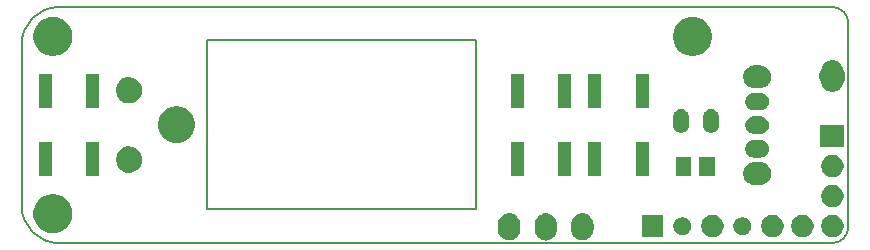
<source format=gbr>
G04 #@! TF.GenerationSoftware,KiCad,Pcbnew,(5.1.0-rc1-70-gd15876595)*
G04 #@! TF.CreationDate,2019-03-09T21:05:34+01:00
G04 #@! TF.ProjectId,spwm3.3,7370776d-332e-4332-9e6b-696361645f70,rev?*
G04 #@! TF.SameCoordinates,Original*
G04 #@! TF.FileFunction,Soldermask,Top*
G04 #@! TF.FilePolarity,Negative*
%FSLAX46Y46*%
G04 Gerber Fmt 4.6, Leading zero omitted, Abs format (unit mm)*
G04 Created by KiCad (PCBNEW (5.1.0-rc1-70-gd15876595)) date 2019-03-09 21:05:34*
%MOMM*%
%LPD*%
G04 APERTURE LIST*
%ADD10C,0.150000*%
G04 APERTURE END LIST*
D10*
X183501100Y-113603599D02*
G75*
G02X182101100Y-115003600I-1399828J-173D01*
G01*
X183501100Y-113603600D02*
X183501100Y-111153600D01*
X183501100Y-111153600D02*
X183501100Y-96403600D01*
X182101100Y-95003599D02*
G75*
G02X183501100Y-96403600I172J-1399828D01*
G01*
X182101100Y-95003600D02*
X116676100Y-95003600D01*
X113501100Y-98178599D02*
G75*
G02X116676100Y-95003600I3175218J-219D01*
G01*
X113501100Y-98178600D02*
X113501100Y-111828600D01*
X116676100Y-115003599D02*
G75*
G02X113501100Y-111828600I218J3175218D01*
G01*
X116676100Y-115003600D02*
X182101100Y-115003600D01*
X182101100Y-115003600D02*
X182101100Y-115003600D01*
X151978100Y-112081600D02*
X151978100Y-97821600D01*
X151978100Y-97821600D02*
X129178100Y-97821600D01*
X129178100Y-97821600D02*
X129178100Y-112081600D01*
X129178100Y-112081600D02*
X151978100Y-112081600D01*
G04 #@! TO.C,U1*
G36*
X183164700Y-105031967D02*
G01*
X181117700Y-105031967D01*
X181117700Y-106834967D01*
X183164700Y-106834967D01*
X183164700Y-105031967D01*
G37*
G04 #@! TO.C,D1*
G36*
X168627100Y-104953600D02*
G01*
X168636100Y-105063600D01*
X168661100Y-105170600D01*
X168704100Y-105272600D01*
X168761100Y-105366600D01*
X168833100Y-105449600D01*
X168916100Y-105521600D01*
X169010100Y-105578600D01*
X169112100Y-105621600D01*
X169219100Y-105646600D01*
X169329100Y-105655600D01*
X169439100Y-105646600D01*
X169546100Y-105621600D01*
X169648100Y-105578600D01*
X169742100Y-105521600D01*
X169825100Y-105449600D01*
X169897100Y-105366600D01*
X169954100Y-105272600D01*
X169997100Y-105170600D01*
X170022100Y-105063600D01*
X170031100Y-104953600D01*
X170031100Y-104353600D01*
X170022100Y-104243600D01*
X169997100Y-104136600D01*
X169954100Y-104034600D01*
X169897100Y-103940600D01*
X169825100Y-103857600D01*
X169742100Y-103785600D01*
X169648100Y-103728600D01*
X169546100Y-103685600D01*
X169439100Y-103660600D01*
X169329100Y-103651600D01*
X169219100Y-103660600D01*
X169112100Y-103685600D01*
X169010100Y-103728600D01*
X168916100Y-103785600D01*
X168833100Y-103857600D01*
X168761100Y-103940600D01*
X168704100Y-104034600D01*
X168661100Y-104136600D01*
X168636100Y-104243600D01*
X168627100Y-104353600D01*
X168627100Y-104953600D01*
G37*
G36*
X171167100Y-104953600D02*
G01*
X171176100Y-105063600D01*
X171201100Y-105170600D01*
X171244100Y-105272600D01*
X171301100Y-105366600D01*
X171373100Y-105449600D01*
X171456100Y-105521600D01*
X171550100Y-105578600D01*
X171652100Y-105621600D01*
X171759100Y-105646600D01*
X171869100Y-105655600D01*
X171979100Y-105646600D01*
X172086100Y-105621600D01*
X172188100Y-105578600D01*
X172282100Y-105521600D01*
X172365100Y-105449600D01*
X172437100Y-105366600D01*
X172494100Y-105272600D01*
X172537100Y-105170600D01*
X172562100Y-105063600D01*
X172571100Y-104953600D01*
X172571100Y-104353600D01*
X172562100Y-104243600D01*
X172537100Y-104136600D01*
X172494100Y-104034600D01*
X172437100Y-103940600D01*
X172365100Y-103857600D01*
X172282100Y-103785600D01*
X172188100Y-103728600D01*
X172086100Y-103685600D01*
X171979100Y-103660600D01*
X171869100Y-103651600D01*
X171759100Y-103660600D01*
X171652100Y-103685600D01*
X171550100Y-103728600D01*
X171456100Y-103785600D01*
X171373100Y-103857600D01*
X171301100Y-103940600D01*
X171244100Y-104034600D01*
X171201100Y-104136600D01*
X171176100Y-104243600D01*
X171167100Y-104353600D01*
X171167100Y-104953600D01*
G37*
G04 #@! TO.C,Pad4*
G36*
X121568000Y-102260000D02*
G01*
X121579000Y-102401000D01*
X121612000Y-102539000D01*
X121666000Y-102669000D01*
X121740000Y-102790000D01*
X121832000Y-102898000D01*
X121940000Y-102990000D01*
X122061000Y-103064000D01*
X122191000Y-103118000D01*
X122329000Y-103151000D01*
X122470000Y-103162000D01*
X122611000Y-103151000D01*
X122749000Y-103118000D01*
X122879000Y-103064000D01*
X123000000Y-102990000D01*
X123108000Y-102898000D01*
X123200000Y-102790000D01*
X123274000Y-102669000D01*
X123328000Y-102539000D01*
X123361000Y-102401000D01*
X123372000Y-102260000D01*
X123372000Y-101860000D01*
X123361000Y-101719000D01*
X123328000Y-101581000D01*
X123274000Y-101451000D01*
X123200000Y-101330000D01*
X123108000Y-101222000D01*
X123000000Y-101130000D01*
X122879000Y-101056000D01*
X122749000Y-101002000D01*
X122611000Y-100969000D01*
X122470000Y-100958000D01*
X122329000Y-100969000D01*
X122191000Y-101002000D01*
X122061000Y-101056000D01*
X121940000Y-101130000D01*
X121832000Y-101222000D01*
X121740000Y-101330000D01*
X121666000Y-101451000D01*
X121612000Y-101581000D01*
X121579000Y-101719000D01*
X121568000Y-101860000D01*
X121568000Y-102260000D01*
G37*
G04 #@! TO.C,Pad7*
G36*
X123322000Y-107920000D02*
G01*
X123278000Y-107579000D01*
X123150000Y-107272000D01*
X122950000Y-107028000D01*
X122699000Y-106872000D01*
X122420000Y-106818000D01*
X122141000Y-106872000D01*
X121890000Y-107028000D01*
X121690000Y-107272000D01*
X121562000Y-107579000D01*
X121518000Y-107920000D01*
X121562000Y-108261000D01*
X121690000Y-108568000D01*
X121890000Y-108812000D01*
X122141000Y-108968000D01*
X122420000Y-109022000D01*
X122699000Y-108968000D01*
X122950000Y-108812000D01*
X123150000Y-108568000D01*
X123278000Y-108261000D01*
X123322000Y-107920000D01*
G37*
G04 #@! TO.C,S4*
G36*
X175529100Y-108151600D02*
G01*
X175380100Y-108163600D01*
X175235100Y-108198600D01*
X175097100Y-108255600D01*
X174969100Y-108333600D01*
X174856100Y-108430600D01*
X174759100Y-108543600D01*
X174681100Y-108671600D01*
X174624100Y-108809600D01*
X174589100Y-108954600D01*
X174577100Y-109103600D01*
X174589100Y-109252600D01*
X174624100Y-109397600D01*
X174681100Y-109535600D01*
X174759100Y-109663600D01*
X174856100Y-109776600D01*
X174969100Y-109873600D01*
X175097100Y-109951600D01*
X175235100Y-110008600D01*
X175380100Y-110043600D01*
X175529100Y-110055600D01*
X176029100Y-110055600D01*
X176178100Y-110043600D01*
X176323100Y-110008600D01*
X176461100Y-109951600D01*
X176589100Y-109873600D01*
X176702100Y-109776600D01*
X176799100Y-109663600D01*
X176877100Y-109535600D01*
X176934100Y-109397600D01*
X176969100Y-109252600D01*
X176981100Y-109103600D01*
X176969100Y-108954600D01*
X176934100Y-108809600D01*
X176877100Y-108671600D01*
X176799100Y-108543600D01*
X176702100Y-108430600D01*
X176589100Y-108333600D01*
X176461100Y-108255600D01*
X176323100Y-108198600D01*
X176178100Y-108163600D01*
X176029100Y-108151600D01*
X175529100Y-108151600D01*
G37*
G36*
X175529100Y-99951600D02*
G01*
X175380100Y-99963600D01*
X175235100Y-99998600D01*
X175097100Y-100055600D01*
X174969100Y-100133600D01*
X174856100Y-100230600D01*
X174759100Y-100343600D01*
X174681100Y-100471600D01*
X174624100Y-100609600D01*
X174589100Y-100754600D01*
X174577100Y-100903600D01*
X174589100Y-101052600D01*
X174624100Y-101197600D01*
X174681100Y-101335600D01*
X174759100Y-101463600D01*
X174856100Y-101576600D01*
X174969100Y-101673600D01*
X175097100Y-101751600D01*
X175235100Y-101808600D01*
X175380100Y-101843600D01*
X175529100Y-101855600D01*
X176029100Y-101855600D01*
X176178100Y-101843600D01*
X176323100Y-101808600D01*
X176461100Y-101751600D01*
X176589100Y-101673600D01*
X176702100Y-101576600D01*
X176799100Y-101463600D01*
X176877100Y-101335600D01*
X176934100Y-101197600D01*
X176969100Y-101052600D01*
X176981100Y-100903600D01*
X176969100Y-100754600D01*
X176934100Y-100609600D01*
X176877100Y-100471600D01*
X176799100Y-100343600D01*
X176702100Y-100230600D01*
X176589100Y-100133600D01*
X176461100Y-100055600D01*
X176323100Y-99998600D01*
X176178100Y-99963600D01*
X176029100Y-99951600D01*
X175529100Y-99951600D01*
G37*
G36*
X175529100Y-106251600D02*
G01*
X175411100Y-106260600D01*
X175297100Y-106288600D01*
X175188100Y-106333600D01*
X175087100Y-106395600D01*
X174997100Y-106471600D01*
X174921100Y-106561600D01*
X174859100Y-106662600D01*
X174814100Y-106771600D01*
X174786100Y-106885600D01*
X174777100Y-107003600D01*
X174786100Y-107121600D01*
X174814100Y-107235600D01*
X174859100Y-107344600D01*
X174921100Y-107445600D01*
X174997100Y-107535600D01*
X175087100Y-107611600D01*
X175188100Y-107673600D01*
X175297100Y-107718600D01*
X175411100Y-107746600D01*
X175529100Y-107755600D01*
X176029100Y-107755600D01*
X176147100Y-107746600D01*
X176261100Y-107718600D01*
X176370100Y-107673600D01*
X176471100Y-107611600D01*
X176561100Y-107535600D01*
X176637100Y-107445600D01*
X176699100Y-107344600D01*
X176744100Y-107235600D01*
X176772100Y-107121600D01*
X176781100Y-107003600D01*
X176772100Y-106885600D01*
X176744100Y-106771600D01*
X176699100Y-106662600D01*
X176637100Y-106561600D01*
X176561100Y-106471600D01*
X176471100Y-106395600D01*
X176370100Y-106333600D01*
X176261100Y-106288600D01*
X176147100Y-106260600D01*
X176029100Y-106251600D01*
X175529100Y-106251600D01*
G37*
G36*
X175529100Y-104251600D02*
G01*
X175411100Y-104260600D01*
X175297100Y-104288600D01*
X175188100Y-104333600D01*
X175087100Y-104395600D01*
X174997100Y-104471600D01*
X174921100Y-104561600D01*
X174859100Y-104662600D01*
X174814100Y-104771600D01*
X174786100Y-104885600D01*
X174777100Y-105003600D01*
X174786100Y-105121600D01*
X174814100Y-105235600D01*
X174859100Y-105344600D01*
X174921100Y-105445600D01*
X174997100Y-105535600D01*
X175087100Y-105611600D01*
X175188100Y-105673600D01*
X175297100Y-105718600D01*
X175411100Y-105746600D01*
X175529100Y-105755600D01*
X176029100Y-105755600D01*
X176147100Y-105746600D01*
X176261100Y-105718600D01*
X176370100Y-105673600D01*
X176471100Y-105611600D01*
X176561100Y-105535600D01*
X176637100Y-105445600D01*
X176699100Y-105344600D01*
X176744100Y-105235600D01*
X176772100Y-105121600D01*
X176781100Y-105003600D01*
X176772100Y-104885600D01*
X176744100Y-104771600D01*
X176699100Y-104662600D01*
X176637100Y-104561600D01*
X176561100Y-104471600D01*
X176471100Y-104395600D01*
X176370100Y-104333600D01*
X176261100Y-104288600D01*
X176147100Y-104260600D01*
X176029100Y-104251600D01*
X175529100Y-104251600D01*
G37*
G36*
X175529100Y-102251600D02*
G01*
X175411100Y-102260600D01*
X175297100Y-102288600D01*
X175188100Y-102333600D01*
X175087100Y-102395600D01*
X174997100Y-102471600D01*
X174921100Y-102561600D01*
X174859100Y-102662600D01*
X174814100Y-102771600D01*
X174786100Y-102885600D01*
X174777100Y-103003600D01*
X174786100Y-103121600D01*
X174814100Y-103235600D01*
X174859100Y-103344600D01*
X174921100Y-103445600D01*
X174997100Y-103535600D01*
X175087100Y-103611600D01*
X175188100Y-103673600D01*
X175297100Y-103718600D01*
X175411100Y-103746600D01*
X175529100Y-103755600D01*
X176029100Y-103755600D01*
X176147100Y-103746600D01*
X176261100Y-103718600D01*
X176370100Y-103673600D01*
X176471100Y-103611600D01*
X176561100Y-103535600D01*
X176637100Y-103445600D01*
X176699100Y-103344600D01*
X176744100Y-103235600D01*
X176772100Y-103121600D01*
X176781100Y-103003600D01*
X176772100Y-102885600D01*
X176744100Y-102771600D01*
X176699100Y-102662600D01*
X176637100Y-102561600D01*
X176561100Y-102471600D01*
X176471100Y-102395600D01*
X176370100Y-102333600D01*
X176261100Y-102288600D01*
X176147100Y-102260600D01*
X176029100Y-102251600D01*
X175529100Y-102251600D01*
G37*
G04 #@! TO.C,U4*
G36*
X181189100Y-101253600D02*
G01*
X181201100Y-101402600D01*
X181236100Y-101547600D01*
X181293100Y-101685600D01*
X181371100Y-101813600D01*
X181468100Y-101926600D01*
X181581100Y-102023600D01*
X181709100Y-102101600D01*
X181847100Y-102158600D01*
X181992100Y-102193600D01*
X182141100Y-102205600D01*
X182290100Y-102193600D01*
X182435100Y-102158600D01*
X182573100Y-102101600D01*
X182701100Y-102023600D01*
X182814100Y-101926600D01*
X182911100Y-101813600D01*
X182989100Y-101685600D01*
X183046100Y-101547600D01*
X183081100Y-101402600D01*
X183093100Y-101253600D01*
X183093100Y-100453600D01*
X183081100Y-100304600D01*
X183046100Y-100159600D01*
X182989100Y-100021600D01*
X182911100Y-99893600D01*
X182814100Y-99780600D01*
X182701100Y-99683600D01*
X182573100Y-99605600D01*
X182435100Y-99548600D01*
X182290100Y-99513600D01*
X182141100Y-99501600D01*
X181992100Y-99513600D01*
X181847100Y-99548600D01*
X181709100Y-99605600D01*
X181581100Y-99683600D01*
X181468100Y-99780600D01*
X181371100Y-99893600D01*
X181293100Y-100021600D01*
X181236100Y-100159600D01*
X181201100Y-100304600D01*
X181189100Y-100453600D01*
X181189100Y-101253600D01*
G37*
G04 #@! TO.C,U5*
G36*
X156928000Y-113830000D02*
G01*
X156940000Y-113979000D01*
X156975000Y-114124000D01*
X157032000Y-114262000D01*
X157110000Y-114390000D01*
X157207000Y-114503000D01*
X157320000Y-114600000D01*
X157448000Y-114678000D01*
X157586000Y-114735000D01*
X157731000Y-114770000D01*
X157880000Y-114782000D01*
X158029000Y-114770000D01*
X158174000Y-114735000D01*
X158312000Y-114678000D01*
X158440000Y-114600000D01*
X158553000Y-114503000D01*
X158650000Y-114390000D01*
X158728000Y-114262000D01*
X158785000Y-114124000D01*
X158820000Y-113979000D01*
X158832000Y-113830000D01*
X158832000Y-113430000D01*
X158820000Y-113281000D01*
X158785000Y-113136000D01*
X158728000Y-112998000D01*
X158650000Y-112870000D01*
X158553000Y-112757000D01*
X158440000Y-112660000D01*
X158312000Y-112582000D01*
X158174000Y-112525000D01*
X158029000Y-112490000D01*
X157880000Y-112478000D01*
X157731000Y-112490000D01*
X157586000Y-112525000D01*
X157448000Y-112582000D01*
X157320000Y-112660000D01*
X157207000Y-112757000D01*
X157110000Y-112870000D01*
X157032000Y-112998000D01*
X156975000Y-113136000D01*
X156940000Y-113281000D01*
X156928000Y-113430000D01*
X156928000Y-113830000D01*
G37*
G04 #@! TO.C,U6*
G36*
X160028000Y-113820000D02*
G01*
X160040000Y-113969000D01*
X160075000Y-114114000D01*
X160132000Y-114252000D01*
X160210000Y-114380000D01*
X160307000Y-114493000D01*
X160420000Y-114590000D01*
X160548000Y-114668000D01*
X160686000Y-114725000D01*
X160831000Y-114760000D01*
X160980000Y-114772000D01*
X161129000Y-114760000D01*
X161274000Y-114725000D01*
X161412000Y-114668000D01*
X161540000Y-114590000D01*
X161653000Y-114493000D01*
X161750000Y-114380000D01*
X161828000Y-114252000D01*
X161885000Y-114114000D01*
X161920000Y-113969000D01*
X161932000Y-113820000D01*
X161932000Y-113420000D01*
X161920000Y-113271000D01*
X161885000Y-113126000D01*
X161828000Y-112988000D01*
X161750000Y-112860000D01*
X161653000Y-112747000D01*
X161540000Y-112650000D01*
X161412000Y-112572000D01*
X161274000Y-112515000D01*
X161129000Y-112480000D01*
X160980000Y-112468000D01*
X160831000Y-112480000D01*
X160686000Y-112515000D01*
X160548000Y-112572000D01*
X160420000Y-112650000D01*
X160307000Y-112747000D01*
X160210000Y-112860000D01*
X160132000Y-112988000D01*
X160075000Y-113126000D01*
X160040000Y-113271000D01*
X160028000Y-113420000D01*
X160028000Y-113820000D01*
G37*
G04 #@! TO.C,U7*
G36*
X153827100Y-113823600D02*
G01*
X153839100Y-113972600D01*
X153874100Y-114117600D01*
X153931100Y-114255600D01*
X154009100Y-114383600D01*
X154106100Y-114496600D01*
X154219100Y-114593600D01*
X154347100Y-114671600D01*
X154485100Y-114728600D01*
X154630100Y-114763600D01*
X154779100Y-114775600D01*
X154928100Y-114763600D01*
X155073100Y-114728600D01*
X155211100Y-114671600D01*
X155339100Y-114593600D01*
X155452100Y-114496600D01*
X155549100Y-114383600D01*
X155627100Y-114255600D01*
X155684100Y-114117600D01*
X155719100Y-113972600D01*
X155731100Y-113823600D01*
X155731100Y-113423600D01*
X155719100Y-113274600D01*
X155684100Y-113129600D01*
X155627100Y-112991600D01*
X155549100Y-112863600D01*
X155452100Y-112750600D01*
X155339100Y-112653600D01*
X155211100Y-112575600D01*
X155073100Y-112518600D01*
X154928100Y-112483600D01*
X154779100Y-112471600D01*
X154630100Y-112483600D01*
X154485100Y-112518600D01*
X154347100Y-112575600D01*
X154219100Y-112653600D01*
X154106100Y-112750600D01*
X154009100Y-112863600D01*
X153931100Y-112991600D01*
X153874100Y-113129600D01*
X153839100Y-113274600D01*
X153827100Y-113423600D01*
X153827100Y-113823600D01*
G37*
G36*
X155056670Y-112714969D02*
G01*
X155229853Y-112786704D01*
X155385707Y-112890842D01*
X155518258Y-113023393D01*
X155622396Y-113179247D01*
X155694131Y-113352430D01*
X155730700Y-113536274D01*
X155730700Y-113723726D01*
X155694131Y-113907570D01*
X155622396Y-114080753D01*
X155518258Y-114236607D01*
X155385707Y-114369158D01*
X155229853Y-114473296D01*
X155056670Y-114545031D01*
X154872826Y-114581600D01*
X154685374Y-114581600D01*
X154501530Y-114545031D01*
X154328347Y-114473296D01*
X154172493Y-114369158D01*
X154039942Y-114236607D01*
X153935804Y-114080753D01*
X153864069Y-113907570D01*
X153827500Y-113723726D01*
X153827500Y-113536274D01*
X153864069Y-113352430D01*
X153935804Y-113179247D01*
X154039942Y-113023393D01*
X154172493Y-112890842D01*
X154328347Y-112786704D01*
X154501530Y-112714969D01*
X154685374Y-112678400D01*
X154872826Y-112678400D01*
X155056670Y-112714969D01*
X155056670Y-112714969D01*
G37*
G36*
X158157570Y-112714969D02*
G01*
X158330753Y-112786704D01*
X158486607Y-112890842D01*
X158619158Y-113023393D01*
X158723296Y-113179247D01*
X158795031Y-113352430D01*
X158831600Y-113536274D01*
X158831600Y-113723726D01*
X158795031Y-113907570D01*
X158723296Y-114080753D01*
X158619158Y-114236607D01*
X158486607Y-114369158D01*
X158330753Y-114473296D01*
X158157570Y-114545031D01*
X157973726Y-114581600D01*
X157786274Y-114581600D01*
X157602430Y-114545031D01*
X157429247Y-114473296D01*
X157273393Y-114369158D01*
X157140842Y-114236607D01*
X157036704Y-114080753D01*
X156964969Y-113907570D01*
X156928400Y-113723726D01*
X156928400Y-113536274D01*
X156964969Y-113352430D01*
X157036704Y-113179247D01*
X157140842Y-113023393D01*
X157273393Y-112890842D01*
X157429247Y-112786704D01*
X157602430Y-112714969D01*
X157786274Y-112678400D01*
X157973726Y-112678400D01*
X158157570Y-112714969D01*
X158157570Y-112714969D01*
G37*
G36*
X161257570Y-112714969D02*
G01*
X161430753Y-112786704D01*
X161586607Y-112890842D01*
X161719158Y-113023393D01*
X161823296Y-113179247D01*
X161895031Y-113352430D01*
X161931600Y-113536274D01*
X161931600Y-113723726D01*
X161895031Y-113907570D01*
X161823296Y-114080753D01*
X161719158Y-114236607D01*
X161586607Y-114369158D01*
X161430753Y-114473296D01*
X161257570Y-114545031D01*
X161073726Y-114581600D01*
X160886274Y-114581600D01*
X160702430Y-114545031D01*
X160529247Y-114473296D01*
X160373393Y-114369158D01*
X160240842Y-114236607D01*
X160136704Y-114080753D01*
X160064969Y-113907570D01*
X160028400Y-113723726D01*
X160028400Y-113536274D01*
X160064969Y-113352430D01*
X160136704Y-113179247D01*
X160240842Y-113023393D01*
X160373393Y-112890842D01*
X160529247Y-112786704D01*
X160702430Y-112714969D01*
X160886274Y-112678400D01*
X161073726Y-112678400D01*
X161257570Y-112714969D01*
X161257570Y-112714969D01*
G37*
G36*
X177338095Y-112639513D02*
G01*
X177511166Y-112711201D01*
X177588518Y-112762886D01*
X177666927Y-112815277D01*
X177799390Y-112947740D01*
X177824405Y-112985178D01*
X177903466Y-113103501D01*
X177975154Y-113276572D01*
X178011700Y-113460300D01*
X178011700Y-113647634D01*
X177975154Y-113831362D01*
X177903466Y-114004433D01*
X177884577Y-114032702D01*
X177799390Y-114160194D01*
X177666927Y-114292657D01*
X177588518Y-114345048D01*
X177511166Y-114396733D01*
X177338095Y-114468421D01*
X177154367Y-114504967D01*
X176967033Y-114504967D01*
X176783305Y-114468421D01*
X176610234Y-114396733D01*
X176532882Y-114345048D01*
X176454473Y-114292657D01*
X176322010Y-114160194D01*
X176236823Y-114032702D01*
X176217934Y-114004433D01*
X176146246Y-113831362D01*
X176109700Y-113647634D01*
X176109700Y-113460300D01*
X176146246Y-113276572D01*
X176217934Y-113103501D01*
X176296995Y-112985178D01*
X176322010Y-112947740D01*
X176454473Y-112815277D01*
X176532882Y-112762886D01*
X176610234Y-112711201D01*
X176783305Y-112639513D01*
X176967033Y-112602967D01*
X177154367Y-112602967D01*
X177338095Y-112639513D01*
X177338095Y-112639513D01*
G37*
G36*
X182418095Y-112639513D02*
G01*
X182591166Y-112711201D01*
X182668518Y-112762886D01*
X182746927Y-112815277D01*
X182879390Y-112947740D01*
X182904405Y-112985178D01*
X182983466Y-113103501D01*
X183055154Y-113276572D01*
X183091700Y-113460300D01*
X183091700Y-113647634D01*
X183055154Y-113831362D01*
X182983466Y-114004433D01*
X182964577Y-114032702D01*
X182879390Y-114160194D01*
X182746927Y-114292657D01*
X182668518Y-114345048D01*
X182591166Y-114396733D01*
X182418095Y-114468421D01*
X182234367Y-114504967D01*
X182047033Y-114504967D01*
X181863305Y-114468421D01*
X181690234Y-114396733D01*
X181612882Y-114345048D01*
X181534473Y-114292657D01*
X181402010Y-114160194D01*
X181316823Y-114032702D01*
X181297934Y-114004433D01*
X181226246Y-113831362D01*
X181189700Y-113647634D01*
X181189700Y-113460300D01*
X181226246Y-113276572D01*
X181297934Y-113103501D01*
X181376995Y-112985178D01*
X181402010Y-112947740D01*
X181534473Y-112815277D01*
X181612882Y-112762886D01*
X181690234Y-112711201D01*
X181863305Y-112639513D01*
X182047033Y-112602967D01*
X182234367Y-112602967D01*
X182418095Y-112639513D01*
X182418095Y-112639513D01*
G37*
G36*
X172258095Y-112639513D02*
G01*
X172431166Y-112711201D01*
X172508518Y-112762886D01*
X172586927Y-112815277D01*
X172719390Y-112947740D01*
X172744405Y-112985178D01*
X172823466Y-113103501D01*
X172895154Y-113276572D01*
X172931700Y-113460300D01*
X172931700Y-113647634D01*
X172895154Y-113831362D01*
X172823466Y-114004433D01*
X172804577Y-114032702D01*
X172719390Y-114160194D01*
X172586927Y-114292657D01*
X172508518Y-114345048D01*
X172431166Y-114396733D01*
X172258095Y-114468421D01*
X172074367Y-114504967D01*
X171887033Y-114504967D01*
X171703305Y-114468421D01*
X171530234Y-114396733D01*
X171452882Y-114345048D01*
X171374473Y-114292657D01*
X171242010Y-114160194D01*
X171156823Y-114032702D01*
X171137934Y-114004433D01*
X171066246Y-113831362D01*
X171029700Y-113647634D01*
X171029700Y-113460300D01*
X171066246Y-113276572D01*
X171137934Y-113103501D01*
X171216995Y-112985178D01*
X171242010Y-112947740D01*
X171374473Y-112815277D01*
X171452882Y-112762886D01*
X171530234Y-112711201D01*
X171703305Y-112639513D01*
X171887033Y-112602967D01*
X172074367Y-112602967D01*
X172258095Y-112639513D01*
X172258095Y-112639513D01*
G37*
G36*
X179878095Y-112639513D02*
G01*
X180051166Y-112711201D01*
X180128518Y-112762886D01*
X180206927Y-112815277D01*
X180339390Y-112947740D01*
X180364405Y-112985178D01*
X180443466Y-113103501D01*
X180515154Y-113276572D01*
X180551700Y-113460300D01*
X180551700Y-113647634D01*
X180515154Y-113831362D01*
X180443466Y-114004433D01*
X180424577Y-114032702D01*
X180339390Y-114160194D01*
X180206927Y-114292657D01*
X180128518Y-114345048D01*
X180051166Y-114396733D01*
X179878095Y-114468421D01*
X179694367Y-114504967D01*
X179507033Y-114504967D01*
X179323305Y-114468421D01*
X179150234Y-114396733D01*
X179072882Y-114345048D01*
X178994473Y-114292657D01*
X178862010Y-114160194D01*
X178776823Y-114032702D01*
X178757934Y-114004433D01*
X178686246Y-113831362D01*
X178649700Y-113647634D01*
X178649700Y-113460300D01*
X178686246Y-113276572D01*
X178757934Y-113103501D01*
X178836995Y-112985178D01*
X178862010Y-112947740D01*
X178994473Y-112815277D01*
X179072882Y-112762886D01*
X179150234Y-112711201D01*
X179323305Y-112639513D01*
X179507033Y-112602967D01*
X179694367Y-112602967D01*
X179878095Y-112639513D01*
X179878095Y-112639513D01*
G37*
G36*
X167801700Y-114454967D02*
G01*
X165999700Y-114454967D01*
X165999700Y-112652967D01*
X167801700Y-112652967D01*
X167801700Y-114454967D01*
X167801700Y-114454967D01*
G37*
G36*
X169576550Y-112815276D02*
G01*
X169659759Y-112831827D01*
X169796432Y-112888439D01*
X169919435Y-112970627D01*
X170024040Y-113075232D01*
X170093542Y-113179249D01*
X170106229Y-113198237D01*
X170162840Y-113334908D01*
X170191700Y-113479999D01*
X170191700Y-113627935D01*
X170162840Y-113773026D01*
X170107110Y-113907571D01*
X170106228Y-113909699D01*
X170024040Y-114032702D01*
X169919435Y-114137307D01*
X169796432Y-114219495D01*
X169796431Y-114219496D01*
X169796430Y-114219496D01*
X169659759Y-114276107D01*
X169514668Y-114304967D01*
X169366732Y-114304967D01*
X169221641Y-114276107D01*
X169084970Y-114219496D01*
X169084969Y-114219496D01*
X169084968Y-114219495D01*
X168961965Y-114137307D01*
X168857360Y-114032702D01*
X168775172Y-113909699D01*
X168774291Y-113907571D01*
X168718560Y-113773026D01*
X168689700Y-113627935D01*
X168689700Y-113479999D01*
X168718560Y-113334908D01*
X168775171Y-113198237D01*
X168787858Y-113179249D01*
X168857360Y-113075232D01*
X168961965Y-112970627D01*
X169084968Y-112888439D01*
X169221641Y-112831827D01*
X169304850Y-112815276D01*
X169366732Y-112802967D01*
X169514668Y-112802967D01*
X169576550Y-112815276D01*
X169576550Y-112815276D01*
G37*
G36*
X174656550Y-112815276D02*
G01*
X174739759Y-112831827D01*
X174876432Y-112888439D01*
X174999435Y-112970627D01*
X175104040Y-113075232D01*
X175173542Y-113179249D01*
X175186229Y-113198237D01*
X175242840Y-113334908D01*
X175271700Y-113479999D01*
X175271700Y-113627935D01*
X175242840Y-113773026D01*
X175187110Y-113907571D01*
X175186228Y-113909699D01*
X175104040Y-114032702D01*
X174999435Y-114137307D01*
X174876432Y-114219495D01*
X174876431Y-114219496D01*
X174876430Y-114219496D01*
X174739759Y-114276107D01*
X174594668Y-114304967D01*
X174446732Y-114304967D01*
X174301641Y-114276107D01*
X174164970Y-114219496D01*
X174164969Y-114219496D01*
X174164968Y-114219495D01*
X174041965Y-114137307D01*
X173937360Y-114032702D01*
X173855172Y-113909699D01*
X173854291Y-113907571D01*
X173798560Y-113773026D01*
X173769700Y-113627935D01*
X173769700Y-113479999D01*
X173798560Y-113334908D01*
X173855171Y-113198237D01*
X173867858Y-113179249D01*
X173937360Y-113075232D01*
X174041965Y-112970627D01*
X174164968Y-112888439D01*
X174301641Y-112831827D01*
X174384850Y-112815276D01*
X174446732Y-112802967D01*
X174594668Y-112802967D01*
X174656550Y-112815276D01*
X174656550Y-112815276D01*
G37*
G36*
X116524356Y-110894898D02*
G01*
X116630679Y-110916047D01*
X116931142Y-111040503D01*
X117201551Y-111221185D01*
X117431515Y-111451149D01*
X117612197Y-111721558D01*
X117697883Y-111928421D01*
X117736653Y-112022022D01*
X117800100Y-112340989D01*
X117800100Y-112666211D01*
X117790401Y-112714969D01*
X117736653Y-112985179D01*
X117612197Y-113285642D01*
X117431515Y-113556051D01*
X117201551Y-113786015D01*
X116931142Y-113966697D01*
X116630679Y-114091153D01*
X116524356Y-114112302D01*
X116311711Y-114154600D01*
X115986489Y-114154600D01*
X115773844Y-114112302D01*
X115667521Y-114091153D01*
X115367058Y-113966697D01*
X115096649Y-113786015D01*
X114866685Y-113556051D01*
X114686003Y-113285642D01*
X114561547Y-112985179D01*
X114507799Y-112714969D01*
X114498100Y-112666211D01*
X114498100Y-112340989D01*
X114561547Y-112022022D01*
X114600318Y-111928421D01*
X114686003Y-111721558D01*
X114866685Y-111451149D01*
X115096649Y-111221185D01*
X115367058Y-111040503D01*
X115667521Y-110916047D01*
X115773844Y-110894898D01*
X115986489Y-110852600D01*
X116311711Y-110852600D01*
X116524356Y-110894898D01*
X116524356Y-110894898D01*
G37*
G36*
X182418095Y-110099513D02*
G01*
X182591166Y-110171201D01*
X182591167Y-110171202D01*
X182746927Y-110275277D01*
X182879390Y-110407740D01*
X182879391Y-110407742D01*
X182983466Y-110563501D01*
X183055154Y-110736572D01*
X183091700Y-110920300D01*
X183091700Y-111107634D01*
X183055154Y-111291362D01*
X182983466Y-111464433D01*
X182983465Y-111464434D01*
X182879390Y-111620194D01*
X182746927Y-111752657D01*
X182668518Y-111805048D01*
X182591166Y-111856733D01*
X182418095Y-111928421D01*
X182234367Y-111964967D01*
X182047033Y-111964967D01*
X181863305Y-111928421D01*
X181690234Y-111856733D01*
X181612882Y-111805048D01*
X181534473Y-111752657D01*
X181402010Y-111620194D01*
X181297935Y-111464434D01*
X181297934Y-111464433D01*
X181226246Y-111291362D01*
X181189700Y-111107634D01*
X181189700Y-110920300D01*
X181226246Y-110736572D01*
X181297934Y-110563501D01*
X181402009Y-110407742D01*
X181402010Y-110407740D01*
X181534473Y-110275277D01*
X181690233Y-110171202D01*
X181690234Y-110171201D01*
X181863305Y-110099513D01*
X182047033Y-110062967D01*
X182234367Y-110062967D01*
X182418095Y-110099513D01*
X182418095Y-110099513D01*
G37*
G36*
X176056670Y-108188569D02*
G01*
X176229853Y-108260304D01*
X176385707Y-108364442D01*
X176518258Y-108496993D01*
X176622396Y-108652847D01*
X176694131Y-108826030D01*
X176730700Y-109009874D01*
X176730700Y-109197326D01*
X176694131Y-109381170D01*
X176622396Y-109554353D01*
X176518258Y-109710207D01*
X176385707Y-109842758D01*
X176229853Y-109946896D01*
X176056670Y-110018631D01*
X175872826Y-110055200D01*
X175685374Y-110055200D01*
X175501530Y-110018631D01*
X175328347Y-109946896D01*
X175172493Y-109842758D01*
X175039942Y-109710207D01*
X174935804Y-109554353D01*
X174864069Y-109381170D01*
X174827500Y-109197326D01*
X174827500Y-109009874D01*
X174864069Y-108826030D01*
X174935804Y-108652847D01*
X175039942Y-108496993D01*
X175172493Y-108364442D01*
X175328347Y-108260304D01*
X175501530Y-108188569D01*
X175685374Y-108152000D01*
X175872826Y-108152000D01*
X176056670Y-108188569D01*
X176056670Y-108188569D01*
G37*
G36*
X182418095Y-107559513D02*
G01*
X182591166Y-107631201D01*
X182591167Y-107631202D01*
X182746927Y-107735277D01*
X182879390Y-107867740D01*
X182879391Y-107867742D01*
X182983466Y-108023501D01*
X183055154Y-108196572D01*
X183091700Y-108380300D01*
X183091700Y-108567634D01*
X183055154Y-108751362D01*
X182983466Y-108924433D01*
X182983465Y-108924434D01*
X182879390Y-109080194D01*
X182746927Y-109212657D01*
X182668518Y-109265048D01*
X182591166Y-109316733D01*
X182418095Y-109388421D01*
X182234367Y-109424967D01*
X182047033Y-109424967D01*
X181863305Y-109388421D01*
X181690234Y-109316733D01*
X181612882Y-109265048D01*
X181534473Y-109212657D01*
X181402010Y-109080194D01*
X181297935Y-108924434D01*
X181297934Y-108924433D01*
X181226246Y-108751362D01*
X181189700Y-108567634D01*
X181189700Y-108380300D01*
X181226246Y-108196572D01*
X181297934Y-108023501D01*
X181402009Y-107867742D01*
X181402010Y-107867740D01*
X181534473Y-107735277D01*
X181690233Y-107631202D01*
X181690234Y-107631201D01*
X181863305Y-107559513D01*
X182047033Y-107522967D01*
X182234367Y-107522967D01*
X182418095Y-107559513D01*
X182418095Y-107559513D01*
G37*
G36*
X120048000Y-109354567D02*
G01*
X118946000Y-109354567D01*
X118946000Y-106452567D01*
X120048000Y-106452567D01*
X120048000Y-109354567D01*
X120048000Y-109354567D01*
G37*
G36*
X166594000Y-109354567D02*
G01*
X165492000Y-109354567D01*
X165492000Y-106452567D01*
X166594000Y-106452567D01*
X166594000Y-109354567D01*
X166594000Y-109354567D01*
G37*
G36*
X162594000Y-109354567D02*
G01*
X161492000Y-109354567D01*
X161492000Y-106452567D01*
X162594000Y-106452567D01*
X162594000Y-109354567D01*
X162594000Y-109354567D01*
G37*
G36*
X160039500Y-109354567D02*
G01*
X158937500Y-109354567D01*
X158937500Y-106452567D01*
X160039500Y-106452567D01*
X160039500Y-109354567D01*
X160039500Y-109354567D01*
G37*
G36*
X156039500Y-109354567D02*
G01*
X154937500Y-109354567D01*
X154937500Y-106452567D01*
X156039500Y-106452567D01*
X156039500Y-109354567D01*
X156039500Y-109354567D01*
G37*
G36*
X116048000Y-109354567D02*
G01*
X114946000Y-109354567D01*
X114946000Y-106452567D01*
X116048000Y-106452567D01*
X116048000Y-109354567D01*
X116048000Y-109354567D01*
G37*
G36*
X170175100Y-109349600D02*
G01*
X168873100Y-109349600D01*
X168873100Y-107747600D01*
X170175100Y-107747600D01*
X170175100Y-109349600D01*
X170175100Y-109349600D01*
G37*
G36*
X172175100Y-109349600D02*
G01*
X170873100Y-109349600D01*
X170873100Y-107747600D01*
X172175100Y-107747600D01*
X172175100Y-109349600D01*
X172175100Y-109349600D01*
G37*
G36*
X122794189Y-106835445D02*
G01*
X122921325Y-106860734D01*
X123004365Y-106895130D01*
X123121802Y-106943774D01*
X123302228Y-107064331D01*
X123455669Y-107217772D01*
X123576226Y-107398198D01*
X123624870Y-107515635D01*
X123659266Y-107598675D01*
X123701600Y-107811502D01*
X123701600Y-108028498D01*
X123659266Y-108241325D01*
X123624870Y-108324365D01*
X123576226Y-108441802D01*
X123455669Y-108622228D01*
X123302228Y-108775669D01*
X123121802Y-108896226D01*
X123053701Y-108924434D01*
X122921325Y-108979266D01*
X122708499Y-109021600D01*
X122491501Y-109021600D01*
X122278675Y-108979266D01*
X122146299Y-108924434D01*
X122078198Y-108896226D01*
X121897772Y-108775669D01*
X121744331Y-108622228D01*
X121623774Y-108441802D01*
X121575130Y-108324365D01*
X121540734Y-108241325D01*
X121498400Y-108028498D01*
X121498400Y-107811502D01*
X121540734Y-107598675D01*
X121575130Y-107515635D01*
X121623774Y-107398198D01*
X121744331Y-107217772D01*
X121897772Y-107064331D01*
X122078198Y-106943774D01*
X122195635Y-106895130D01*
X122278675Y-106860734D01*
X122405811Y-106835445D01*
X122491501Y-106818400D01*
X122708499Y-106818400D01*
X122794189Y-106835445D01*
X122794189Y-106835445D01*
G37*
G36*
X175998334Y-106280883D02*
G01*
X176135116Y-106337540D01*
X176258217Y-106419794D01*
X176362906Y-106524483D01*
X176445160Y-106647584D01*
X176501817Y-106784366D01*
X176530700Y-106929574D01*
X176530700Y-107077626D01*
X176501817Y-107222834D01*
X176445160Y-107359616D01*
X176362906Y-107482717D01*
X176258217Y-107587406D01*
X176135116Y-107669660D01*
X175998334Y-107726317D01*
X175853126Y-107755200D01*
X175705074Y-107755200D01*
X175559866Y-107726317D01*
X175423084Y-107669660D01*
X175299983Y-107587406D01*
X175195294Y-107482717D01*
X175113040Y-107359616D01*
X175056383Y-107222834D01*
X175027500Y-107077626D01*
X175027500Y-106929574D01*
X175056383Y-106784366D01*
X175113040Y-106647584D01*
X175195294Y-106524483D01*
X175299983Y-106419794D01*
X175423084Y-106337540D01*
X175559866Y-106280883D01*
X175705074Y-106252000D01*
X175853126Y-106252000D01*
X175998334Y-106280883D01*
X175998334Y-106280883D01*
G37*
G36*
X183042422Y-106835445D02*
G01*
X181239222Y-106835689D01*
X181238978Y-105032489D01*
X183042178Y-105032245D01*
X183042422Y-106835445D01*
X183042422Y-106835445D01*
G37*
G36*
X126902585Y-103453802D02*
G01*
X127052410Y-103483604D01*
X127334674Y-103600521D01*
X127588705Y-103770259D01*
X127804741Y-103986295D01*
X127974479Y-104240326D01*
X128091396Y-104522590D01*
X128091773Y-104524484D01*
X128151000Y-104822239D01*
X128151000Y-105127761D01*
X128121643Y-105275350D01*
X128091396Y-105427410D01*
X127974479Y-105709674D01*
X127804741Y-105963705D01*
X127588705Y-106179741D01*
X127334674Y-106349479D01*
X127052410Y-106466396D01*
X126902585Y-106496198D01*
X126752761Y-106526000D01*
X126447239Y-106526000D01*
X126297415Y-106496198D01*
X126147590Y-106466396D01*
X125865326Y-106349479D01*
X125611295Y-106179741D01*
X125395259Y-105963705D01*
X125225521Y-105709674D01*
X125108604Y-105427410D01*
X125078357Y-105275350D01*
X125049000Y-105127761D01*
X125049000Y-104822239D01*
X125108227Y-104524484D01*
X125108604Y-104522590D01*
X125225521Y-104240326D01*
X125395259Y-103986295D01*
X125611295Y-103770259D01*
X125865326Y-103600521D01*
X126147590Y-103483604D01*
X126297415Y-103453802D01*
X126447239Y-103424000D01*
X126752761Y-103424000D01*
X126902585Y-103453802D01*
X126902585Y-103453802D01*
G37*
G36*
X175998334Y-104280883D02*
G01*
X176135116Y-104337540D01*
X176258217Y-104419794D01*
X176362906Y-104524483D01*
X176445160Y-104647584D01*
X176501817Y-104784366D01*
X176530700Y-104929574D01*
X176530700Y-105077626D01*
X176501817Y-105222834D01*
X176445160Y-105359616D01*
X176362906Y-105482717D01*
X176258217Y-105587406D01*
X176135116Y-105669660D01*
X175998334Y-105726317D01*
X175853126Y-105755200D01*
X175705074Y-105755200D01*
X175559866Y-105726317D01*
X175423084Y-105669660D01*
X175299983Y-105587406D01*
X175195294Y-105482717D01*
X175113040Y-105359616D01*
X175056383Y-105222834D01*
X175027500Y-105077626D01*
X175027500Y-104929574D01*
X175056383Y-104784366D01*
X175113040Y-104647584D01*
X175195294Y-104524483D01*
X175299983Y-104419794D01*
X175423084Y-104337540D01*
X175559866Y-104280883D01*
X175705074Y-104252000D01*
X175853126Y-104252000D01*
X175998334Y-104280883D01*
X175998334Y-104280883D01*
G37*
G36*
X169533749Y-103978961D02*
G01*
X169661431Y-104031849D01*
X169661432Y-104031850D01*
X169776344Y-104108631D01*
X169874069Y-104206356D01*
X169874070Y-104206358D01*
X169950851Y-104321269D01*
X170003739Y-104448951D01*
X170030700Y-104584497D01*
X170030700Y-104722703D01*
X170003739Y-104858249D01*
X169950851Y-104985931D01*
X169950850Y-104985932D01*
X169874069Y-105100844D01*
X169776344Y-105198569D01*
X169740027Y-105222835D01*
X169661431Y-105275351D01*
X169533749Y-105328239D01*
X169398203Y-105355200D01*
X169259997Y-105355200D01*
X169124451Y-105328239D01*
X168996769Y-105275351D01*
X168918173Y-105222835D01*
X168881856Y-105198569D01*
X168784131Y-105100844D01*
X168707350Y-104985932D01*
X168707349Y-104985931D01*
X168654461Y-104858249D01*
X168627500Y-104722703D01*
X168627500Y-104584497D01*
X168654461Y-104448951D01*
X168707349Y-104321269D01*
X168784130Y-104206358D01*
X168784131Y-104206356D01*
X168881856Y-104108631D01*
X168996768Y-104031850D01*
X168996769Y-104031849D01*
X169124451Y-103978961D01*
X169259997Y-103952000D01*
X169398203Y-103952000D01*
X169533749Y-103978961D01*
X169533749Y-103978961D01*
G37*
G36*
X172073749Y-103978961D02*
G01*
X172201431Y-104031849D01*
X172201432Y-104031850D01*
X172316344Y-104108631D01*
X172414069Y-104206356D01*
X172414070Y-104206358D01*
X172490851Y-104321269D01*
X172543739Y-104448951D01*
X172570700Y-104584497D01*
X172570700Y-104722703D01*
X172543739Y-104858249D01*
X172490851Y-104985931D01*
X172490850Y-104985932D01*
X172414069Y-105100844D01*
X172316344Y-105198569D01*
X172280027Y-105222835D01*
X172201431Y-105275351D01*
X172073749Y-105328239D01*
X171938203Y-105355200D01*
X171799997Y-105355200D01*
X171664451Y-105328239D01*
X171536769Y-105275351D01*
X171458173Y-105222835D01*
X171421856Y-105198569D01*
X171324131Y-105100844D01*
X171247350Y-104985932D01*
X171247349Y-104985931D01*
X171194461Y-104858249D01*
X171167500Y-104722703D01*
X171167500Y-104584497D01*
X171194461Y-104448951D01*
X171247349Y-104321269D01*
X171324130Y-104206358D01*
X171324131Y-104206356D01*
X171421856Y-104108631D01*
X171536768Y-104031850D01*
X171536769Y-104031849D01*
X171664451Y-103978961D01*
X171799997Y-103952000D01*
X171938203Y-103952000D01*
X172073749Y-103978961D01*
X172073749Y-103978961D01*
G37*
G36*
X175998334Y-102280883D02*
G01*
X176135116Y-102337540D01*
X176258217Y-102419794D01*
X176362906Y-102524483D01*
X176445160Y-102647584D01*
X176501817Y-102784366D01*
X176530700Y-102929574D01*
X176530700Y-103077626D01*
X176501817Y-103222834D01*
X176445160Y-103359616D01*
X176362906Y-103482717D01*
X176258217Y-103587406D01*
X176135116Y-103669660D01*
X175998334Y-103726317D01*
X175853126Y-103755200D01*
X175705074Y-103755200D01*
X175559866Y-103726317D01*
X175423084Y-103669660D01*
X175299983Y-103587406D01*
X175195294Y-103482717D01*
X175113040Y-103359616D01*
X175056383Y-103222834D01*
X175027500Y-103077626D01*
X175027500Y-102929574D01*
X175056383Y-102784366D01*
X175113040Y-102647584D01*
X175195294Y-102524483D01*
X175299983Y-102419794D01*
X175423084Y-102337540D01*
X175559866Y-102280883D01*
X175705074Y-102252000D01*
X175853126Y-102252000D01*
X175998334Y-102280883D01*
X175998334Y-102280883D01*
G37*
G36*
X162594000Y-103554567D02*
G01*
X161492000Y-103554567D01*
X161492000Y-100652567D01*
X162594000Y-100652567D01*
X162594000Y-103554567D01*
X162594000Y-103554567D01*
G37*
G36*
X116048000Y-103554567D02*
G01*
X114946000Y-103554567D01*
X114946000Y-100652567D01*
X116048000Y-100652567D01*
X116048000Y-103554567D01*
X116048000Y-103554567D01*
G37*
G36*
X120048000Y-103554567D02*
G01*
X118946000Y-103554567D01*
X118946000Y-100652567D01*
X120048000Y-100652567D01*
X120048000Y-103554567D01*
X120048000Y-103554567D01*
G37*
G36*
X166594000Y-103554567D02*
G01*
X165492000Y-103554567D01*
X165492000Y-100652567D01*
X166594000Y-100652567D01*
X166594000Y-103554567D01*
X166594000Y-103554567D01*
G37*
G36*
X156039500Y-103554567D02*
G01*
X154937500Y-103554567D01*
X154937500Y-100652567D01*
X156039500Y-100652567D01*
X156039500Y-103554567D01*
X156039500Y-103554567D01*
G37*
G36*
X160039500Y-103554567D02*
G01*
X158937500Y-103554567D01*
X158937500Y-100652567D01*
X160039500Y-100652567D01*
X160039500Y-103554567D01*
X160039500Y-103554567D01*
G37*
G36*
X122814911Y-100979567D02*
G01*
X122921325Y-101000734D01*
X123004365Y-101035130D01*
X123121802Y-101083774D01*
X123302228Y-101204331D01*
X123455669Y-101357772D01*
X123576226Y-101538198D01*
X123619535Y-101642756D01*
X123659266Y-101738675D01*
X123701600Y-101951502D01*
X123701600Y-102168498D01*
X123659266Y-102381325D01*
X123624870Y-102464365D01*
X123576226Y-102581802D01*
X123455669Y-102762228D01*
X123302228Y-102915669D01*
X123121802Y-103036226D01*
X123004365Y-103084870D01*
X122921325Y-103119266D01*
X122814911Y-103140433D01*
X122708499Y-103161600D01*
X122491501Y-103161600D01*
X122385089Y-103140433D01*
X122278675Y-103119266D01*
X122195635Y-103084870D01*
X122078198Y-103036226D01*
X121897772Y-102915669D01*
X121744331Y-102762228D01*
X121623774Y-102581802D01*
X121575130Y-102464365D01*
X121540734Y-102381325D01*
X121498400Y-102168498D01*
X121498400Y-101951502D01*
X121540734Y-101738675D01*
X121580465Y-101642756D01*
X121623774Y-101538198D01*
X121744331Y-101357772D01*
X121897772Y-101204331D01*
X122078198Y-101083774D01*
X122195635Y-101035130D01*
X122278675Y-101000734D01*
X122385089Y-100979567D01*
X122491501Y-100958400D01*
X122708499Y-100958400D01*
X122814911Y-100979567D01*
X122814911Y-100979567D01*
G37*
G36*
X182356011Y-99773167D02*
G01*
X182462425Y-99794334D01*
X182545465Y-99828730D01*
X182662902Y-99877374D01*
X182843328Y-99997931D01*
X182996769Y-100151372D01*
X183117326Y-100331798D01*
X183165970Y-100449235D01*
X183200366Y-100532275D01*
X183242700Y-100745102D01*
X183242700Y-100962098D01*
X183200366Y-101174925D01*
X183188185Y-101204332D01*
X183117326Y-101375402D01*
X182996769Y-101555828D01*
X182843328Y-101709269D01*
X182662902Y-101829826D01*
X182601643Y-101855200D01*
X182462425Y-101912866D01*
X182356011Y-101934033D01*
X182249599Y-101955200D01*
X182032601Y-101955200D01*
X181819775Y-101912866D01*
X181680557Y-101855200D01*
X181619298Y-101829826D01*
X181438872Y-101709269D01*
X181285431Y-101555828D01*
X181164874Y-101375402D01*
X181094015Y-101204332D01*
X181081834Y-101174925D01*
X181039500Y-100962098D01*
X181039500Y-100745102D01*
X181081834Y-100532275D01*
X181116230Y-100449235D01*
X181164874Y-100331798D01*
X181285431Y-100151372D01*
X181438872Y-99997931D01*
X181619298Y-99877374D01*
X181736735Y-99828730D01*
X181819775Y-99794334D01*
X181926189Y-99773167D01*
X182032601Y-99752000D01*
X182249599Y-99752000D01*
X182356011Y-99773167D01*
X182356011Y-99773167D01*
G37*
G36*
X176056670Y-99988569D02*
G01*
X176229853Y-100060304D01*
X176385707Y-100164442D01*
X176518258Y-100296993D01*
X176622396Y-100452847D01*
X176694131Y-100626030D01*
X176730700Y-100809874D01*
X176730700Y-100997326D01*
X176694131Y-101181170D01*
X176622396Y-101354353D01*
X176518258Y-101510207D01*
X176385707Y-101642758D01*
X176229853Y-101746896D01*
X176056670Y-101818631D01*
X175872826Y-101855200D01*
X175685374Y-101855200D01*
X175501530Y-101818631D01*
X175328347Y-101746896D01*
X175172493Y-101642758D01*
X175039942Y-101510207D01*
X174935804Y-101354353D01*
X174864069Y-101181170D01*
X174827500Y-100997326D01*
X174827500Y-100809874D01*
X174864069Y-100626030D01*
X174935804Y-100452847D01*
X175039942Y-100296993D01*
X175172493Y-100164442D01*
X175328347Y-100060304D01*
X175501530Y-99988569D01*
X175685374Y-99952000D01*
X175872826Y-99952000D01*
X176056670Y-99988569D01*
X176056670Y-99988569D01*
G37*
G36*
X116524356Y-95894898D02*
G01*
X116630679Y-95916047D01*
X116931142Y-96040503D01*
X117201551Y-96221185D01*
X117431515Y-96451149D01*
X117612197Y-96721558D01*
X117736653Y-97022021D01*
X117800100Y-97340991D01*
X117800100Y-97666209D01*
X117736653Y-97985179D01*
X117612197Y-98285642D01*
X117431515Y-98556051D01*
X117201551Y-98786015D01*
X116931142Y-98966697D01*
X116630679Y-99091153D01*
X116524356Y-99112302D01*
X116311711Y-99154600D01*
X115986489Y-99154600D01*
X115773844Y-99112302D01*
X115667521Y-99091153D01*
X115367058Y-98966697D01*
X115096649Y-98786015D01*
X114866685Y-98556051D01*
X114686003Y-98285642D01*
X114561547Y-97985179D01*
X114498100Y-97666209D01*
X114498100Y-97340991D01*
X114561547Y-97022021D01*
X114686003Y-96721558D01*
X114866685Y-96451149D01*
X115096649Y-96221185D01*
X115367058Y-96040503D01*
X115667521Y-95916047D01*
X115773844Y-95894898D01*
X115986489Y-95852600D01*
X116311711Y-95852600D01*
X116524356Y-95894898D01*
X116524356Y-95894898D01*
G37*
G36*
X170664356Y-95894898D02*
G01*
X170770679Y-95916047D01*
X171071142Y-96040503D01*
X171341551Y-96221185D01*
X171571515Y-96451149D01*
X171752197Y-96721558D01*
X171876653Y-97022021D01*
X171940100Y-97340991D01*
X171940100Y-97666209D01*
X171876653Y-97985179D01*
X171752197Y-98285642D01*
X171571515Y-98556051D01*
X171341551Y-98786015D01*
X171071142Y-98966697D01*
X170770679Y-99091153D01*
X170664356Y-99112302D01*
X170451711Y-99154600D01*
X170126489Y-99154600D01*
X169913844Y-99112302D01*
X169807521Y-99091153D01*
X169507058Y-98966697D01*
X169236649Y-98786015D01*
X169006685Y-98556051D01*
X168826003Y-98285642D01*
X168701547Y-97985179D01*
X168638100Y-97666209D01*
X168638100Y-97340991D01*
X168701547Y-97022021D01*
X168826003Y-96721558D01*
X169006685Y-96451149D01*
X169236649Y-96221185D01*
X169507058Y-96040503D01*
X169807521Y-95916047D01*
X169913844Y-95894898D01*
X170126489Y-95852600D01*
X170451711Y-95852600D01*
X170664356Y-95894898D01*
X170664356Y-95894898D01*
G37*
M02*

</source>
